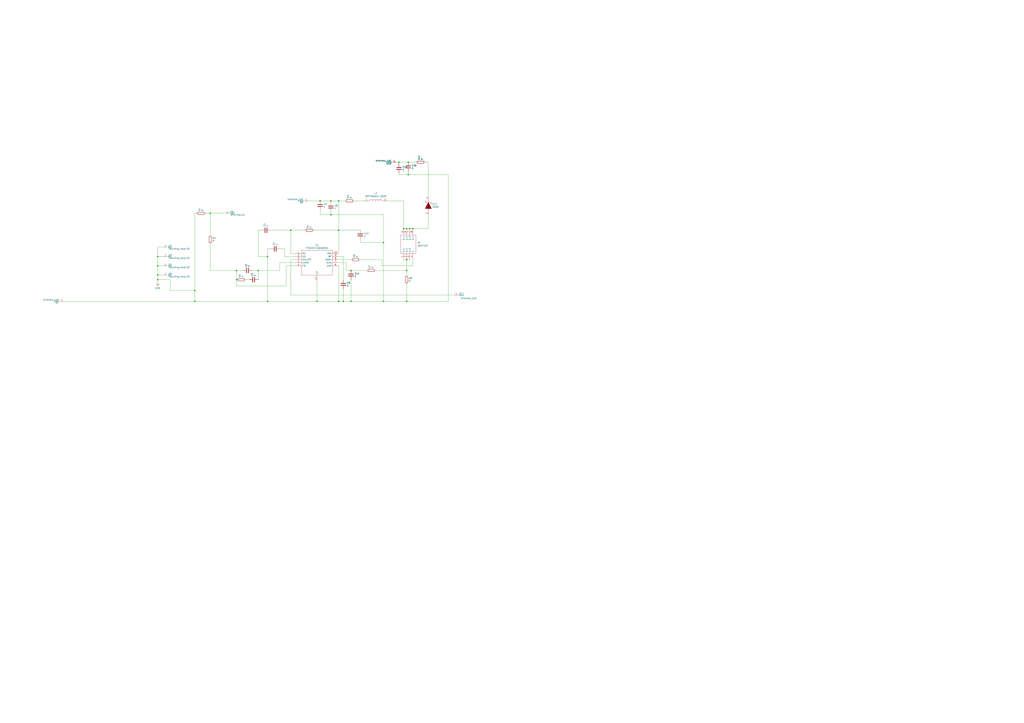
<source format=kicad_sch>
(kicad_sch (version 20230121) (generator eeschema)
  (paper "A1")
  (lib_symbols
    (symbol "AON7407:AON7407" (pin_names (offset 0.762))
      (property "Reference" "Q" (at 21.59 7.62 0))
      (property "Value" "AON7407" (at 21.59 5.08 0))
      (symbol "AON7407_0_0"
        (pin passive line (at 0 0 0) (length 5.08) (name "S_1") (number "1"))
        (pin passive line (at 0 -2.54 0) (length 5.08) (name "S_2") (number "2"))
        (pin passive line (at 0 -5.08 0) (length 5.08) (name "S_3") (number "3"))
        (pin passive line (at 0 -7.62 0) (length 5.08) (name "G") (number "4"))
        (pin passive line (at 25.4 0 180) (length 5.08) (name "D_1") (number "5"))
        (pin passive line (at 25.4 -2.54 180) (length 5.08) (name "D_2") (number "6"))
        (pin passive line (at 25.4 -5.08 180) (length 5.08) (name "D_3") (number "7"))
        (pin passive line (at 25.4 -7.62 180) (length 5.08) (name "D_4") (number "8"))
      )
      (symbol "AON7407_0_1"
        (polyline (pts (xy 5.08 2.54) (xy 20.32 2.54) (xy 20.32 -10.16) (xy 5.08 -10.16) (xy 5.08 2.54)) (stroke (width 0.1524)))
      )
    )
    (symbol "Connectors_for_Wire:WireHole_1p5"
      (property "Reference" "D" (at 0 -1.27 0))
      (property "Value" "WireHole_1p5" (at 0 1.27 0))
      (symbol "WireHole_1p5_1_0"
        (pin bidirectional line (at 0 0 0) (length 2.54) (name "Conn") (number "1"))
      )
    )
    (symbol "Connectors_for_Wire:Wire_Pad_01"
      (property "Reference" "D" (at -0.6875 -1.3327 0))
      (property "Value" "Wire_Pad_01" (at 0 1.27 0))
      (symbol "Wire_Pad_01_1_1"
        (pin unspecified line (at 0 0 0) (length 2.54) (name "Conn") (number "1"))
      )
    )
    (symbol "Device:C" (pin_numbers hide) (pin_names (offset 0.254))
      (property "Reference" "C" (at 0.635 2.54 0))
      (property "Value" "C" (at 0.635 -2.54 0))
      (symbol "C_0_1"
        (polyline (pts (xy -2.032 -0.762) (xy 2.032 -0.762)) (stroke (width 0.508)))
        (polyline (pts (xy -2.032 0.762) (xy 2.032 0.762)) (stroke (width 0.508)))
      )
      (symbol "C_1_1"
        (pin passive line (at 0 3.81 270) (length 2.794) (name "~") (number "1"))
        (pin passive line (at 0 -3.81 90) (length 2.794) (name "~") (number "2"))
      )
    )
    (symbol "Device:R" (pin_numbers hide) (pin_names (offset 0))
      (property "Reference" "R" (at 2.032 0 90))
      (property "Value" "R" (at 0 0 90))
      (symbol "R_0_1"
        (rectangle (start -1.016 -2.54) (end 1.016 2.54) (stroke (width 0.254)))
      )
      (symbol "R_1_1"
        (pin passive line (at 0 3.81 270) (length 1.27) (name "~") (number "1"))
        (pin passive line (at 0 -3.81 90) (length 1.27) (name "~") (number "2"))
      )
    )
    (symbol "Main_PCB_001-rescue:TPS40211QDGQRQ1-TPS40211QDGQRQ1" (pin_names (offset 0.762))
      (property "Reference" "IC" (at 31.75 7.62 0))
      (property "Value" "TPS40211QDGQRQ1-TPS40211QDGQRQ1" (at 31.75 5.08 0))
      (symbol "TPS40211QDGQRQ1-TPS40211QDGQRQ1_0_0"
        (pin passive line (at 0 0 0) (length 5.08) (name "RC") (number "1"))
        (pin passive line (at 35.56 0 180) (length 5.08) (name "VDD") (number "10"))
        (pin passive line (at 17.78 -22.86 90) (length 5.08) (name "EP") (number "11"))
        (pin passive line (at 0 -2.54 0) (length 5.08) (name "SS") (number "2"))
        (pin passive line (at 0 -5.08 0) (length 5.08) (name "DIS/~{EN}") (number "3"))
        (pin passive line (at 0 -7.62 0) (length 5.08) (name "COMP") (number "4"))
        (pin passive line (at 0 -10.16 0) (length 5.08) (name "FB") (number "5"))
        (pin passive line (at 35.56 -10.16 180) (length 5.08) (name "GND") (number "6"))
        (pin passive line (at 35.56 -7.62 180) (length 5.08) (name "ISNS") (number "7"))
        (pin passive line (at 35.56 -5.08 180) (length 5.08) (name "GDRV") (number "8"))
        (pin passive line (at 35.56 -2.54 180) (length 5.08) (name "BP") (number "9"))
      )
      (symbol "TPS40211QDGQRQ1-TPS40211QDGQRQ1_0_1"
        (polyline (pts (xy 5.08 2.54) (xy 30.48 2.54) (xy 30.48 -17.78) (xy 5.08 -17.78) (xy 5.08 2.54)) (stroke (width 0.1524)))
      )
    )
    (symbol "Mounting_Holes:Mounting_Hole_M2"
      (property "Reference" "U" (at 0 -1.27 0))
      (property "Value" "Mounting_Hole_M2" (at 0 2.54 0))
      (symbol "Mounting_Hole_M2_1_1"
        (pin input line (at -2.54 0 0) (length 2.54) (name "Mnt") (number "1"))
      )
    )
    (symbol "SRP7050AA-220M:SRP7050AA-220M" (pin_names (offset 0.762))
      (property "Reference" "L" (at 16.51 6.35 0))
      (property "Value" "SRP7050AA-220M" (at 16.51 3.81 0))
      (symbol "SRP7050AA-220M_0_0"
        (pin passive line (at 0 0 0) (length 5.08) (name "~") (number "1"))
        (pin passive line (at 20.32 0 180) (length 5.08) (name "~") (number "2"))
      )
      (symbol "SRP7050AA-220M_0_1"
        (arc (start 7.62 0) (mid 6.35 1.2202) (end 5.08 0) (stroke (width 0.1524)))
        (arc (start 10.16 0) (mid 8.89 1.2202) (end 7.62 0) (stroke (width 0.1524)))
        (arc (start 12.7 0) (mid 11.43 1.2202) (end 10.16 0) (stroke (width 0.1524)))
        (arc (start 15.24 0) (mid 13.97 1.2202) (end 12.7 0) (stroke (width 0.1524)))
      )
    )
    (symbol "SS36:SS36" (pin_names (offset 0.762))
      (property "Reference" "D" (at 12.7 8.89 0))
      (property "Value" "SS36" (at 12.7 6.35 0))
      (symbol "SS36_0_0"
        (pin passive line (at 2.54 0 0) (length 2.54) (name "~") (number "1"))
        (pin passive line (at 17.78 0 180) (length 2.54) (name "~") (number "2"))
      )
      (symbol "SS36_0_1"
        (polyline (pts (xy 5.08 0) (xy 7.62 0)) (stroke (width 0.1524)))
        (polyline (pts (xy 7.62 2.54) (xy 7.62 -2.54)) (stroke (width 0.1524)))
        (polyline (pts (xy 12.7 0) (xy 15.24 0)) (stroke (width 0.1524)))
        (polyline (pts (xy 7.62 -2.54) (xy 6.604 -2.54) (xy 6.604 -1.524)) (stroke (width 0.1524)))
        (polyline (pts (xy 7.62 2.54) (xy 8.636 2.54) (xy 8.636 1.524)) (stroke (width 0.1524)))
        (polyline (pts (xy 7.62 0) (xy 12.7 2.54) (xy 12.7 -2.54) (xy 7.62 0)) (stroke (width 0.254)) (fill (type outline)))
      )
    )
    (symbol "power:GND" (power) (pin_names (offset 0))
      (property "Value" "GND" (at 0 -3.81 0))
      (symbol "GND_0_1"
        (polyline (pts (xy 0 0) (xy 0 -1.27) (xy 1.27 -1.27) (xy 0 -2.54) (xy -1.27 -1.27) (xy 0 -1.27)))
      )
      (symbol "GND_1_1"
        (pin power_in line (at 0 0 270) (length 0) hide (name "GND") (number "1"))
      )
    )
  )
  (junction (at 278.13 247.65))
  (junction (at 219.71 247.65))
  (junction (at 129.54 226.06))
  (junction (at 288.29 247.65))
  (junction (at 212.09 222.25))
  (junction (at 334.01 213.36))
  (junction (at 271.78 176.53))
  (junction (at 278.13 189.23))
  (junction (at 288.29 222.25))
  (junction (at 331.47 187.96))
  (junction (at 334.01 187.96))
  (junction (at 339.09 187.96))
  (junction (at 219.71 210.82))
  (junction (at 271.78 165.1))
  (junction (at 129.54 218.44))
  (junction (at 336.55 187.96))
  (junction (at 335.28 133.35))
  (junction (at 129.54 229.87))
  (junction (at 160.02 238.76))
  (junction (at 327.66 133.35))
  (junction (at 194.31 222.25))
  (junction (at 314.96 199.39))
  (junction (at 262.89 165.1))
  (junction (at 194.31 229.87))
  (junction (at 335.28 143.51))
  (junction (at 172.72 175.26))
  (junction (at 281.94 247.65))
  (junction (at 334.01 222.25))
  (junction (at 160.02 247.65))
  (junction (at 238.76 189.23))
  (junction (at 314.96 247.65))
  (junction (at 129.54 210.82))
  (junction (at 278.13 165.1))
  (junction (at 260.35 247.65))
  (junction (at 334.01 247.65))
  (wire (pts (xy 314.96 247.65) (xy 288.29 247.65)))
  (wire (pts (xy 194.31 229.87) (xy 194.31 234.95)))
  (wire (pts (xy 308.61 222.25) (xy 334.01 222.25)))
  (wire (pts (xy 334.01 222.25) (xy 334.01 226.06)))
  (wire (pts (xy 222.25 204.47) (xy 219.71 204.47)))
  (wire (pts (xy 271.78 176.53) (xy 314.96 176.53)))
  (wire (pts (xy 281.94 229.87) (xy 281.94 210.82)))
  (wire (pts (xy 331.47 165.1) (xy 331.47 187.96)))
  (wire (pts (xy 129.54 210.82) (xy 134.62 210.82)))
  (wire (pts (xy 318.77 165.1) (xy 331.47 165.1)))
  (wire (pts (xy 260.35 231.14) (xy 260.35 247.65)))
  (wire (pts (xy 284.48 222.25) (xy 288.29 222.25)))
  (wire (pts (xy 334.01 213.36) (xy 336.55 213.36)))
  (wire (pts (xy 288.29 229.87) (xy 288.29 247.65)))
  (wire (pts (xy 233.68 204.47) (xy 233.68 210.82)))
  (wire (pts (xy 351.79 133.35) (xy 351.79 161.29)))
  (wire (pts (xy 129.54 203.2) (xy 134.62 203.2)))
  (wire (pts (xy 222.25 189.23) (xy 238.76 189.23)))
  (wire (pts (xy 281.94 210.82) (xy 278.13 210.82)))
  (wire (pts (xy 129.54 218.44) (xy 134.62 218.44)))
  (wire (pts (xy 314.96 199.39) (xy 314.96 247.65)))
  (wire (pts (xy 288.29 247.65) (xy 281.94 247.65)))
  (wire (pts (xy 172.72 200.66) (xy 172.72 222.25)))
  (wire (pts (xy 373.38 242.57) (xy 238.76 242.57)))
  (wire (pts (xy 262.89 172.72) (xy 262.89 176.53)))
  (wire (pts (xy 262.89 176.53) (xy 271.78 176.53)))
  (wire (pts (xy 314.96 176.53) (xy 314.96 199.39)))
  (wire (pts (xy 281.94 247.65) (xy 278.13 247.65)))
  (wire (pts (xy 233.68 210.82) (xy 242.57 210.82)))
  (wire (pts (xy 238.76 208.28) (xy 242.57 208.28)))
  (wire (pts (xy 339.09 187.96) (xy 336.55 187.96)))
  (wire (pts (xy 250.19 189.23) (xy 238.76 189.23)))
  (wire (pts (xy 334.01 247.65) (xy 314.96 247.65)))
  (wire (pts (xy 219.71 210.82) (xy 219.71 247.65)))
  (wire (pts (xy 129.54 229.87) (xy 139.7 229.87)))
  (wire (pts (xy 349.25 133.35) (xy 351.79 133.35)))
  (wire (pts (xy 129.54 210.82) (xy 129.54 218.44)))
  (wire (pts (xy 129.54 226.06) (xy 134.62 226.06)))
  (wire (pts (xy 238.76 213.36) (xy 242.57 213.36)))
  (wire (pts (xy 313.69 218.44) (xy 313.69 213.36)))
  (wire (pts (xy 129.54 218.44) (xy 129.54 226.06)))
  (wire (pts (xy 281.94 237.49) (xy 281.94 247.65)))
  (wire (pts (xy 129.54 226.06) (xy 129.54 229.87)))
  (wire (pts (xy 238.76 242.57) (xy 238.76 213.36)))
  (wire (pts (xy 194.31 222.25) (xy 194.31 229.87)))
  (wire (pts (xy 160.02 175.26) (xy 160.02 238.76)))
  (wire (pts (xy 229.87 222.25) (xy 212.09 222.25)))
  (wire (pts (xy 242.57 215.9) (xy 229.87 215.9)))
  (wire (pts (xy 168.91 175.26) (xy 172.72 175.26)))
  (wire (pts (xy 327.66 133.35) (xy 335.28 133.35)))
  (wire (pts (xy 339.09 213.36) (xy 339.09 218.44)))
  (wire (pts (xy 288.29 222.25) (xy 300.99 222.25)))
  (wire (pts (xy 229.87 204.47) (xy 233.68 204.47)))
  (wire (pts (xy 295.91 199.39) (xy 314.96 199.39)))
  (wire (pts (xy 278.13 213.36) (xy 288.29 213.36)))
  (wire (pts (xy 260.35 247.65) (xy 219.71 247.65)))
  (wire (pts (xy 284.48 215.9) (xy 284.48 222.25)))
  (wire (pts (xy 129.54 203.2) (xy 129.54 210.82)))
  (wire (pts (xy 185.42 175.26) (xy 172.72 175.26)))
  (wire (pts (xy 334.01 233.68) (xy 334.01 247.65)))
  (wire (pts (xy 257.81 189.23) (xy 278.13 189.23)))
  (wire (pts (xy 278.13 165.1) (xy 283.21 165.1)))
  (wire (pts (xy 335.28 143.51) (xy 368.3 143.51)))
  (wire (pts (xy 214.63 189.23) (xy 212.09 189.23)))
  (wire (pts (xy 278.13 218.44) (xy 278.13 247.65)))
  (wire (pts (xy 278.13 247.65) (xy 260.35 247.65)))
  (wire (pts (xy 290.83 165.1) (xy 298.45 165.1)))
  (wire (pts (xy 334.01 213.36) (xy 334.01 222.25)))
  (wire (pts (xy 139.7 229.87) (xy 139.7 238.76)))
  (wire (pts (xy 234.95 234.95) (xy 234.95 218.44)))
  (wire (pts (xy 252.73 165.1) (xy 262.89 165.1)))
  (wire (pts (xy 368.3 143.51) (xy 368.3 247.65)))
  (wire (pts (xy 335.28 133.35) (xy 341.63 133.35)))
  (wire (pts (xy 204.47 229.87) (xy 201.93 229.87)))
  (wire (pts (xy 212.09 229.87) (xy 212.09 222.25)))
  (wire (pts (xy 278.13 215.9) (xy 284.48 215.9)))
  (wire (pts (xy 351.79 187.96) (xy 339.09 187.96)))
  (wire (pts (xy 351.79 176.53) (xy 351.79 187.96)))
  (wire (pts (xy 313.69 213.36) (xy 295.91 213.36)))
  (wire (pts (xy 172.72 222.25) (xy 194.31 222.25)))
  (wire (pts (xy 327.66 143.51) (xy 335.28 143.51)))
  (wire (pts (xy 229.87 215.9) (xy 229.87 222.25)))
  (wire (pts (xy 278.13 165.1) (xy 278.13 189.23)))
  (wire (pts (xy 368.3 247.65) (xy 334.01 247.65)))
  (wire (pts (xy 238.76 189.23) (xy 238.76 208.28)))
  (wire (pts (xy 339.09 218.44) (xy 313.69 218.44)))
  (wire (pts (xy 262.89 165.1) (xy 271.78 165.1)))
  (wire (pts (xy 212.09 189.23) (xy 212.09 210.82)))
  (wire (pts (xy 234.95 218.44) (xy 242.57 218.44)))
  (wire (pts (xy 219.71 204.47) (xy 219.71 210.82)))
  (wire (pts (xy 212.09 222.25) (xy 207.01 222.25)))
  (wire (pts (xy 295.91 196.85) (xy 295.91 199.39)))
  (wire (pts (xy 331.47 187.96) (xy 334.01 187.96)))
  (wire (pts (xy 271.78 165.1) (xy 271.78 166.37)))
  (wire (pts (xy 271.78 165.1) (xy 278.13 165.1)))
  (wire (pts (xy 271.78 173.99) (xy 271.78 176.53)))
  (wire (pts (xy 129.54 229.87) (xy 129.54 232.41)))
  (wire (pts (xy 325.12 133.35) (xy 327.66 133.35)))
  (wire (pts (xy 139.7 238.76) (xy 160.02 238.76)))
  (wire (pts (xy 161.29 175.26) (xy 160.02 175.26)))
  (wire (pts (xy 327.66 134.62) (xy 327.66 133.35)))
  (wire (pts (xy 335.28 140.97) (xy 335.28 143.51)))
  (wire (pts (xy 52.07 247.65) (xy 160.02 247.65)))
  (wire (pts (xy 327.66 142.24) (xy 327.66 143.51)))
  (wire (pts (xy 160.02 238.76) (xy 160.02 247.65)))
  (wire (pts (xy 334.01 187.96) (xy 336.55 187.96)))
  (wire (pts (xy 172.72 175.26) (xy 172.72 193.04)))
  (wire (pts (xy 160.02 247.65) (xy 219.71 247.65)))
  (wire (pts (xy 194.31 234.95) (xy 234.95 234.95)))
  (wire (pts (xy 199.39 222.25) (xy 194.31 222.25)))
  (wire (pts (xy 278.13 208.28) (xy 278.13 189.23)))
  (wire (pts (xy 331.47 213.36) (xy 334.01 213.36)))
  (wire (pts (xy 278.13 189.23) (xy 295.91 189.23)))
  (wire (pts (xy 212.09 210.82) (xy 219.71 210.82)))
  (symbol (lib_id "Main_PCB_001-rescue:TPS40211QDGQRQ1-TPS40211QDGQRQ1") (at 242.57 208.28 0) (unit 1)
    (property "Reference" "IC1" (at 260.35 201.549 0))
    (property "Value" "TPS40211QDGQRQ1" (at 260.35 203.8604 0))
    (property "Footprint" "libraries:SOP50P490X110-11N" (effects hide))
    (property "Datasheet" "http://www.ti.com/lit/gpn/tps40211-q1" (effects hide))
    (property "Description" "4.5V to 52V Wide Input range current mode boost controller with 260 mV reference voltage" (effects hide))
    (property "Height" "1.1" (effects hide))
    (property "Manufacturer_Name" "Texas Instruments" (effects hide))
    (property "Manufacturer_Part_Number" "TPS40211QDGQRQ1" (effects hide))
    (property "Mouser Part Number" "595-TPS40211QDGQRQ1" (effects hide))
    (property "Mouser Price/Stock" "https://www.mouser.co.uk/ProductDetail/Texas-Instruments/TPS40211QDGQRQ1?qs=XGzIaZb%2FFYKjJ5OLwHPUhQ%3D%3D" (effects hide))
    (property "Arrow Part Number" "TPS40211QDGQRQ1" (effects hide))
    (property "Arrow Price/Stock" "https://www.arrow.com/en/products/tps40211qdgqrq1/texas-instruments?region=nac" (effects hide))
  )
  (symbol (lib_id "Device:R") (at 172.72 196.85 0) (unit 1)
    (property "Reference" "R2" (at 174.498 195.6816 0) (effects (justify left)))
    (property "Value" "R" (at 174.498 197.993 0) (effects (justify left)))
    (property "Footprint" "Resistor_SMD:R_0805_2012Metric_Pad1.20x1.40mm_HandSolder" (effects hide))
  )
  (symbol (lib_id "Device:R") (at 165.1 175.26 90) (unit 1)
    (property "Reference" "R1" (at 163.9316 173.482 0) (effects (justify left)))
    (property "Value" "R" (at 166.243 173.482 0) (effects (justify left)))
    (property "Footprint" "Resistor_SMD:R_0805_2012Metric_Pad1.20x1.40mm_HandSolder" (effects hide))
  )
  (symbol (lib_id "Device:R") (at 292.1 213.36 90) (unit 1)
    (property "Reference" "R6" (at 290.9316 211.582 0) (effects (justify left)))
    (property "Value" "R" (at 293.243 211.582 0) (effects (justify left)))
    (property "Footprint" "Resistor_SMD:R_0805_2012Metric_Pad1.20x1.40mm_HandSolder" (effects hide))
  )
  (symbol (lib_id "Device:R") (at 304.8 222.25 90) (unit 1)
    (property "Reference" "R7" (at 303.6316 220.472 0) (effects (justify left)))
    (property "Value" "R" (at 305.943 220.472 0) (effects (justify left)))
    (property "Footprint" "Resistor_SMD:R_0805_2012Metric_Pad1.20x1.40mm_HandSolder" (effects hide))
  )
  (symbol (lib_id "Device:R") (at 254 189.23 90) (unit 1)
    (property "Reference" "R4" (at 252.8316 187.452 0) (effects (justify left)))
    (property "Value" "R" (at 255.143 187.452 0) (effects (justify left)))
    (property "Footprint" "Resistor_SMD:R_0805_2012Metric_Pad1.20x1.40mm_HandSolder" (effects hide))
  )
  (symbol (lib_id "Device:R") (at 334.01 229.87 0) (unit 1)
    (property "Reference" "R8" (at 335.788 228.7016 0) (effects (justify left)))
    (property "Value" "R" (at 335.788 231.013 0) (effects (justify left)))
    (property "Footprint" "Resistor_SMD:R_0805_2012Metric_Pad1.20x1.40mm_HandSolder" (effects hide))
  )
  (symbol (lib_id "Device:C") (at 208.28 229.87 90) (unit 1)
    (property "Reference" "C2" (at 207.1116 226.949 0) (effects (justify left)))
    (property "Value" "C" (at 209.423 226.949 0) (effects (justify left)))
    (property "Footprint" "Capacitor_SMD:C_0805_2012Metric_Pad1.18x1.45mm_HandSolder" (effects hide))
  )
  (symbol (lib_id "Device:R") (at 198.12 229.87 90) (unit 1)
    (property "Reference" "R3" (at 196.9516 228.092 0) (effects (justify left)))
    (property "Value" "R" (at 199.263 228.092 0) (effects (justify left)))
    (property "Footprint" "Resistor_SMD:R_0805_2012Metric_Pad1.20x1.40mm_HandSolder" (effects hide))
  )
  (symbol (lib_id "Device:C") (at 218.44 189.23 90) (unit 1)
    (property "Reference" "C3" (at 217.2716 186.309 0) (effects (justify left)))
    (property "Value" "C" (at 219.583 186.309 0) (effects (justify left)))
    (property "Footprint" "Capacitor_SMD:C_0805_2012Metric_Pad1.18x1.45mm_HandSolder" (effects hide))
  )
  (symbol (lib_id "Device:C") (at 295.91 193.04 0) (unit 1)
    (property "Reference" "C12" (at 298.831 191.8716 0) (effects (justify left)))
    (property "Value" "C" (at 298.831 194.183 0) (effects (justify left)))
    (property "Footprint" "Capacitor_SMD:C_0603_1608Metric_Pad1.08x0.95mm_HandSolder" (effects hide))
  )
  (symbol (lib_id "Device:C") (at 203.2 222.25 90) (unit 1)
    (property "Reference" "C1" (at 202.0316 219.329 0) (effects (justify left)))
    (property "Value" "C" (at 204.343 219.329 0) (effects (justify left)))
    (property "Footprint" "Capacitor_SMD:C_0805_2012Metric_Pad1.18x1.45mm_HandSolder" (effects hide))
  )
  (symbol (lib_id "Device:C") (at 226.06 204.47 90) (unit 1)
    (property "Reference" "C4" (at 224.8916 201.549 0) (effects (justify left)))
    (property "Value" "C" (at 227.203 201.549 0) (effects (justify left)))
    (property "Footprint" "Capacitor_SMD:C_0805_2012Metric_Pad1.18x1.45mm_HandSolder" (effects hide))
  )
  (symbol (lib_id "Device:C") (at 288.29 226.06 0) (unit 1)
    (property "Reference" "C11" (at 291.211 224.8916 0) (effects (justify left)))
    (property "Value" "C" (at 291.211 227.203 0) (effects (justify left)))
    (property "Footprint" "Capacitor_SMD:C_0805_2012Metric_Pad1.18x1.45mm_HandSolder" (effects hide))
  )
  (symbol (lib_id "SS36:SS36") (at 351.79 158.75 270) (unit 1)
    (property "Reference" "D12" (at 355.092 167.7416 90) (effects (justify left)))
    (property "Value" "SS36" (at 355.092 170.053 90) (effects (justify left)))
    (property "Footprint" "libraries:SODFL4626X120N" (effects hide))
    (property "Datasheet" "https://docs.rs-online.com/a290/0900766b8002669b.pdf" (effects hide))
    (property "Description" "Rectifier Diode, Schottky, 60 Volt, DO-214AB / SMC" (effects hide))
    (property "Height" "2.62" (effects hide))
    (property "Manufacturer_Name" "Vishay" (effects hide))
    (property "Manufacturer_Part_Number" "SS36" (effects hide))
  )
  (symbol (lib_id "SRP7050AA-220M:SRP7050AA-220M") (at 298.45 165.1 0) (unit 1)
    (property "Reference" "L2" (at 308.61 158.75 0))
    (property "Value" "SRP7050AA-220M" (at 308.61 161.29 0))
    (property "Footprint" "libraries:INDPM5752X300N" (effects hide))
    (property "Datasheet" "https://www.bourns.com/docs/Product-Datasheets/SRP7050AA.pdf" (effects hide))
    (property "Description" "Shielded Power Inductor 22uH" (effects hide))
    (property "Height" "5" (effects hide))
    (property "Manufacturer_Name" "Bourns" (effects hide))
    (property "Manufacturer_Part_Number" "SRP7050AA-220M" (effects hide))
    (property "Mouser Part Number" "652-SRP7050AA-220M" (effects hide))
    (property "Mouser Price/Stock" "https://www.mouser.co.uk/ProductDetail/Bourns/SRP7050AA-220M?qs=CiayqK2gdcLzSCtuPAylpQ%3D%3D" (effects hide))
  )
  (symbol (lib_id "Connectors_for_Wire:WireHole_1p5") (at 52.07 247.65 180) (unit 1)
    (property "Reference" "D1" (at 48.26 248.9201 0) (effects (justify left)))
    (property "Value" "WireHole_1p5" (at 48.26 246.3801 0) (effects (justify left)))
    (property "Footprint" "libraries:WireHole_1p2" (effects hide))
  )
  (symbol (lib_id "Mounting_Holes:Mounting_Hole_M2") (at 137.16 210.82 0) (unit 1)
    (property "Reference" "U3" (at 138.43 209.5499 0) (effects (justify left)))
    (property "Value" "Mounting_Hole_M2" (at 138.43 212.0899 0) (effects (justify left)))
    (property "Footprint" "Wire_holes:WireHole_1p5" (effects hide))
  )
  (symbol (lib_id "Mounting_Holes:Mounting_Hole_M2") (at 137.16 226.06 0) (unit 1)
    (property "Reference" "U5" (at 138.43 224.7899 0) (effects (justify left)))
    (property "Value" "Mounting_Hole_M2" (at 138.43 227.3299 0) (effects (justify left)))
    (property "Footprint" "Wire_holes:WireHole_1p5" (effects hide))
  )
  (symbol (lib_id "Device:C") (at 271.78 170.18 0) (unit 1)
    (property "Reference" "C8" (at 274.701 169.0116 0) (effects (justify left)))
    (property "Value" "C" (at 274.701 171.323 0) (effects (justify left)))
    (property "Footprint" "Capacitor_SMD:C_0805_2012Metric_Pad1.18x1.45mm_HandSolder" (effects hide))
  )
  (symbol (lib_id "Mounting_Holes:Mounting_Hole_M2") (at 137.16 203.2 0) (unit 1)
    (property "Reference" "U2" (at 138.43 201.9299 0) (effects (justify left)))
    (property "Value" "Mounting_Hole_M2" (at 138.43 204.4699 0) (effects (justify left)))
    (property "Footprint" "Wire_holes:WireHole_1p5" (effects hide))
  )
  (symbol (lib_id "Device:C") (at 262.89 168.91 0) (unit 1)
    (property "Reference" "C5" (at 265.811 167.7416 0) (effects (justify left)))
    (property "Value" "C" (at 265.811 170.053 0) (effects (justify left)))
    (property "Footprint" "Capacitor_SMD:C_0805_2012Metric_Pad1.18x1.45mm_HandSolder" (effects hide))
  )
  (symbol (lib_id "Device:R") (at 287.02 165.1 90) (unit 1)
    (property "Reference" "R11" (at 285.8516 163.322 0) (effects (justify left)))
    (property "Value" "R" (at 288.163 163.322 0) (effects (justify left)))
    (property "Footprint" "Resistor_SMD:R_0805_2012Metric_Pad1.20x1.40mm_HandSolder" (effects hide))
  )
  (symbol (lib_id "Device:C") (at 327.66 138.43 0) (unit 1)
    (property "Reference" "C13" (at 330.581 137.2616 0) (effects (justify left)))
    (property "Value" "C" (at 330.581 139.573 0) (effects (justify left)))
    (property "Footprint" "Capacitor_SMD:C_1206_3216Metric_Pad1.33x1.80mm_HandSolder" (effects hide))
  )
  (symbol (lib_id "Connectors_for_Wire:WireHole_1p5") (at 373.38 242.57 0) (unit 1)
    (property "Reference" "D17" (at 377.19 241.2999 0) (effects (justify left)))
    (property "Value" "WireHole_1p5" (at 378.46 245.11 0) (effects (justify left)))
    (property "Footprint" "libraries:WireHole_1p2" (effects hide))
  )
  (symbol (lib_id "Connectors_for_Wire:WireHole_1p5") (at 252.73 165.1 180) (unit 1)
    (property "Reference" "D8" (at 248.92 166.3701 0) (effects (justify left)))
    (property "Value" "WireHole_1p5" (at 248.92 163.8301 0) (effects (justify left)))
    (property "Footprint" "libraries:WireHole_1p2" (effects hide))
  )
  (symbol (lib_id "Connectors_for_Wire:WireHole_1p5") (at 325.12 133.35 180) (unit 1)
    (property "Reference" "D10" (at 321.31 134.6201 0) (effects (justify left)))
    (property "Value" "WireHole_1p5" (at 321.31 132.0801 0) (effects (justify left)))
    (property "Footprint" "libraries:WireHole_1p2" (effects hide))
  )
  (symbol (lib_id "Mounting_Holes:Mounting_Hole_M2") (at 137.16 218.44 0) (unit 1)
    (property "Reference" "U4" (at 138.43 217.1699 0) (effects (justify left)))
    (property "Value" "Mounting_Hole_M2" (at 138.43 219.7099 0) (effects (justify left)))
    (property "Footprint" "Wire_holes:WireHole_1p5" (effects hide))
  )
  (symbol (lib_id "Device:C") (at 281.94 233.68 0) (unit 1)
    (property "Reference" "C9" (at 284.861 232.5116 0) (effects (justify left)))
    (property "Value" "C" (at 284.861 234.823 0) (effects (justify left)))
    (property "Footprint" "Capacitor_SMD:C_0805_2012Metric_Pad1.18x1.45mm_HandSolder" (effects hide))
  )
  (symbol (lib_id "power:GND") (at 129.54 232.41 0) (unit 1)
    (property "Reference" "#PWR03" (effects hide))
    (property "Value" "GND" (at 129.667 236.8042 0))
  )
  (symbol (lib_id "Device:C") (at 335.28 137.16 0) (unit 1)
    (property "Reference" "C30" (at 338.201 135.9916 0) (effects (justify left)))
    (property "Value" "C" (at 338.201 138.303 0) (effects (justify left)))
    (property "Footprint" "Capacitor_SMD:C_0805_2012Metric_Pad1.18x1.45mm_HandSolder" (effects hide))
  )
  (symbol (lib_id "Device:R") (at 345.44 133.35 90) (unit 1)
    (property "Reference" "R12" (at 344.2716 131.572 0) (effects (justify left)))
    (property "Value" "R" (at 346.583 131.572 0) (effects (justify left)))
    (property "Footprint" "Resistor_SMD:R_0805_2012Metric_Pad1.20x1.40mm_HandSolder" (effects hide))
  )
  (symbol (lib_id "Connectors_for_Wire:Wire_Pad_01") (at 185.42 175.26 0) (unit 1)
    (property "Reference" "D6" (at 189.23 173.9899 0) (effects (justify left)))
    (property "Value" "Wire_Pad_01" (at 189.23 176.5299 0) (effects (justify left)))
    (property "Footprint" "Wire_holes:WireHole_1p5" (effects hide))
  )
  (symbol (lib_id "AON7407:AON7407") (at 331.47 213.36 90) (unit 1)
    (property "Reference" "Q1" (at 342.9 199.3899 90) (effects (justify right)))
    (property "Value" "AON7407" (at 342.9 201.9299 90) (effects (justify right)))
    (property "Footprint" "libraries:DFN_3X3_EP" (effects hide))
    (property "Datasheet" "http://aosmd.com/res/data_sheets/AON7407.pdf" (effects hide))
    (property "Description" "MOSFET P-CH 20V 14.5A 8DFN" (effects hide))
    (property "Manufacturer_Name" "Alpha & Omega Semiconductors" (effects hide))
    (property "Manufacturer_Part_Number" "AON7407" (effects hide))
    (property "Arrow Part Number" "AON7407" (effects hide))
    (property "Arrow Price/Stock" "https://www.arrow.com/en/products/aon7407/alpha-and-omega-semiconductor?region=nac" (effects hide))
  )
)
</source>
